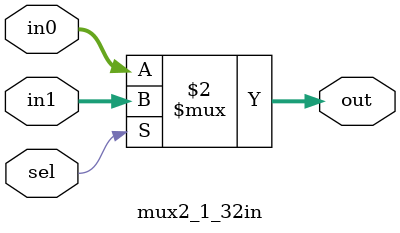
<source format=v>
module mux2_1_32in(in0,in1,sel,out);
input [31:0] in1,in0;
input sel;
output [31:0] out;

assign out=(sel==1)?in1:in0;

endmodule
</source>
